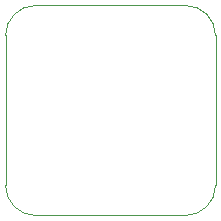
<source format=gm1>
G04 #@! TF.GenerationSoftware,KiCad,Pcbnew,(5.1.5)-3*
G04 #@! TF.CreationDate,2020-11-18T22:18:39+01:00*
G04 #@! TF.ProjectId,AVRISP_breakout,41565249-5350-45f6-9272-65616b6f7574,rev?*
G04 #@! TF.SameCoordinates,Original*
G04 #@! TF.FileFunction,Profile,NP*
%FSLAX46Y46*%
G04 Gerber Fmt 4.6, Leading zero omitted, Abs format (unit mm)*
G04 Created by KiCad (PCBNEW (5.1.5)-3) date 2020-11-18 22:18:39*
%MOMM*%
%LPD*%
G04 APERTURE LIST*
%ADD10C,0.050000*%
G04 APERTURE END LIST*
D10*
X138430000Y-83820000D02*
G75*
G02X135890000Y-86360000I-2540000J0D01*
G01*
X123190000Y-86360000D02*
G75*
G02X120650000Y-83820000I0J2540000D01*
G01*
X120650000Y-71120000D02*
G75*
G02X123190000Y-68580000I2540000J0D01*
G01*
X135890000Y-68580000D02*
G75*
G02X138430000Y-71120000I0J-2540000D01*
G01*
X135890000Y-68580000D02*
X123190000Y-68580000D01*
X138430000Y-83820000D02*
X138430000Y-71120000D01*
X123190000Y-86360000D02*
X135890000Y-86360000D01*
X120650000Y-71120000D02*
X120650000Y-83820000D01*
M02*

</source>
